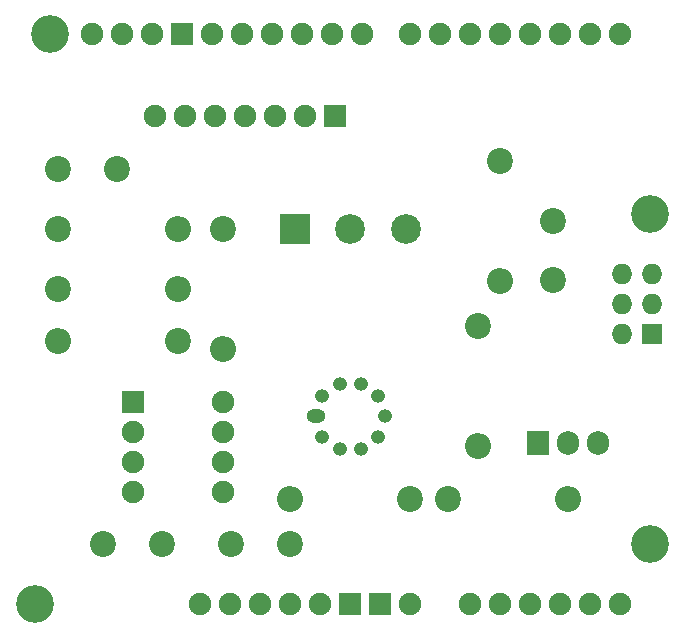
<source format=gbr>
%TF.GenerationSoftware,KiCad,Pcbnew,7.0.9*%
%TF.CreationDate,2023-12-06T14:48:21+01:00*%
%TF.ProjectId,Gas_Sensor,4761735f-5365-46e7-936f-722e6b696361,rev?*%
%TF.SameCoordinates,Original*%
%TF.FileFunction,Soldermask,Bot*%
%TF.FilePolarity,Negative*%
%FSLAX46Y46*%
G04 Gerber Fmt 4.6, Leading zero omitted, Abs format (unit mm)*
G04 Created by KiCad (PCBNEW 7.0.9) date 2023-12-06 14:48:21*
%MOMM*%
%LPD*%
G01*
G04 APERTURE LIST*
%ADD10O,1.600000X1.200000*%
%ADD11O,1.200000X1.200000*%
%ADD12C,2.200000*%
%ADD13O,2.200000X2.200000*%
%ADD14R,1.905000X2.000000*%
%ADD15O,1.905000X2.000000*%
%ADD16R,1.900000X1.900000*%
%ADD17O,1.900000X1.900000*%
%ADD18R,2.520000X2.520000*%
%ADD19C,2.520000*%
%ADD20C,3.200000*%
%ADD21O,1.727200X1.727200*%
%ADD22R,1.727200X1.727200*%
G04 APERTURE END LIST*
D10*
%TO.C,U1*%
X66300000Y-51435000D03*
D11*
X66857670Y-53151333D03*
X68317670Y-54212085D03*
X70122330Y-54212085D03*
X71582330Y-53151333D03*
X72140000Y-51435000D03*
X71582330Y-49718667D03*
X70122330Y-48657915D03*
X68317670Y-48657915D03*
X66857670Y-49718667D03*
%TD*%
D12*
%TO.C,C3*%
X64095000Y-62230000D03*
X59095000Y-62230000D03*
%TD*%
%TO.C,R2*%
X44450000Y-40640000D03*
D13*
X54610000Y-40640000D03*
%TD*%
D12*
%TO.C,R1*%
X54610000Y-45085000D03*
D13*
X44450000Y-45085000D03*
%TD*%
D14*
%TO.C,Q1*%
X85090000Y-53650000D03*
D15*
X87630000Y-53650000D03*
X90170000Y-53650000D03*
%TD*%
D12*
%TO.C,R6*%
X74295000Y-58420000D03*
D13*
X64135000Y-58420000D03*
%TD*%
D12*
%TO.C,R7*%
X77470000Y-58420000D03*
D13*
X87630000Y-58420000D03*
%TD*%
D12*
%TO.C,R8*%
X80010000Y-43815000D03*
D13*
X80010000Y-53975000D03*
%TD*%
D16*
%TO.C,J1*%
X67945000Y-26035000D03*
D17*
X65405000Y-26035000D03*
X62865000Y-26035000D03*
X60325000Y-26035000D03*
X57785000Y-26035000D03*
X55245000Y-26035000D03*
X52705000Y-26035000D03*
%TD*%
D12*
%TO.C,R4*%
X58420000Y-35560000D03*
D13*
X58420000Y-45720000D03*
%TD*%
D18*
%TO.C,SW1*%
X64515000Y-35560000D03*
D19*
X69215000Y-35560000D03*
X73915000Y-35560000D03*
%TD*%
D20*
%TO.C,A1*%
X42545000Y-67310000D03*
X43815000Y-19050000D03*
D17*
X56515000Y-67310000D03*
D20*
X94615000Y-34290000D03*
X94615000Y-62230000D03*
D17*
X64135000Y-67310000D03*
X66675000Y-67310000D03*
D21*
X94742000Y-39370000D03*
D17*
X79375000Y-67310000D03*
X81915000Y-67310000D03*
X84455000Y-67310000D03*
X86995000Y-67310000D03*
X89535000Y-67310000D03*
X92075000Y-67310000D03*
X52451000Y-19050000D03*
X92075000Y-19050000D03*
X89535000Y-19050000D03*
X86995000Y-19050000D03*
X84455000Y-19050000D03*
X81915000Y-19050000D03*
X79375000Y-19050000D03*
X76835000Y-19050000D03*
X74295000Y-19050000D03*
X70231000Y-19050000D03*
X67691000Y-19050000D03*
X65151000Y-19050000D03*
X62611000Y-19050000D03*
X60071000Y-19050000D03*
X57531000Y-19050000D03*
D16*
X54991000Y-19050000D03*
X69215000Y-67310000D03*
X71755000Y-67310000D03*
D22*
X94742000Y-44450000D03*
D17*
X59055000Y-67310000D03*
D21*
X92202000Y-39370000D03*
X94742000Y-41910000D03*
D17*
X61595000Y-67310000D03*
D21*
X92202000Y-44450000D03*
X92202000Y-41910000D03*
D17*
X47371000Y-19050000D03*
X49911000Y-19050000D03*
X74295000Y-67310000D03*
%TD*%
D12*
%TO.C,C1*%
X48300000Y-62230000D03*
X53300000Y-62230000D03*
%TD*%
%TO.C,R3*%
X44450000Y-35560000D03*
D13*
X54610000Y-35560000D03*
%TD*%
D12*
%TO.C,C2*%
X86360000Y-39925000D03*
X86360000Y-34925000D03*
%TD*%
%TO.C,R5*%
X81915000Y-29805000D03*
D13*
X81915000Y-39965000D03*
%TD*%
D12*
%TO.C,C4*%
X49490000Y-30480000D03*
X44490000Y-30480000D03*
%TD*%
D16*
%TO.C,U2*%
X50810000Y-50175000D03*
D17*
X50810000Y-52715000D03*
X50810000Y-55255000D03*
X50810000Y-57795000D03*
X58430000Y-57795000D03*
X58430000Y-55255000D03*
X58430000Y-52715000D03*
X58430000Y-50175000D03*
%TD*%
M02*

</source>
